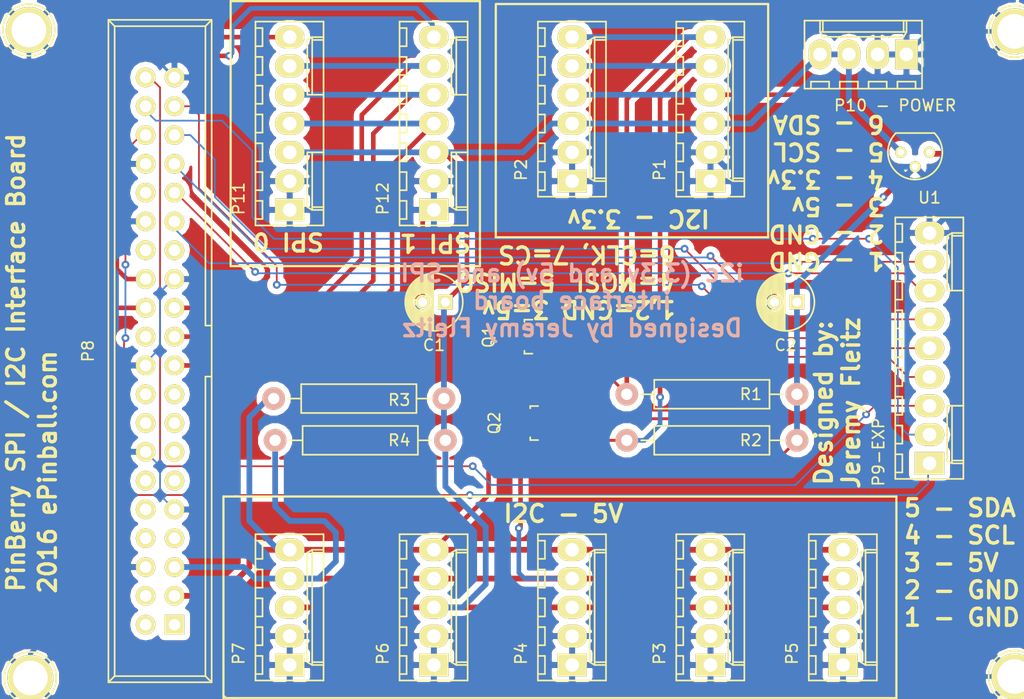
<source format=kicad_pcb>
(kicad_pcb (version 4) (host pcbnew 4.0.2-4+6225~38~ubuntu15.10.1-stable)
  (layers (0 F.Cu signal hide) (31 B.Cu signal hide) (34 B.Paste user hide) (35 F.Paste user hide) (36 B.SilkS user hide) (37 F.SilkS user) (38 B.Mask user hide) (39 F.Mask user hide) (44 Edge.Cuts user hide))
  (net 0 "")
  (net 1 +5V)
  (net 2 GND)
  (net 3 +3V3)
  (net 4 "Net-(P1-Pad5)")
  (net 5 "Net-(P1-Pad6)")
  (net 6 "Net-(P3-Pad4)")
  (net 7 "Net-(P3-Pad5)")
  (net 8 "Net-(P8-Pad1)")
  (net 9 "Net-(P8-Pad2)")
  (net 10 "Net-(P8-Pad4)")
  (net 11 "Net-(P8-Pad7)")
  (net 12 "Net-(P8-Pad8)")
  (net 13 "Net-(P8-Pad10)")
  (net 14 "Net-(P8-Pad11)")
  (net 15 "Net-(P8-Pad12)")
  (net 16 "Net-(P8-Pad13)")
  (net 17 "Net-(P8-Pad15)")
  (net 18 "Net-(P8-Pad16)")
  (net 19 "Net-(P8-Pad17)")
  (net 20 "Net-(P8-Pad18)")
  (net 21 "Net-(P11-Pad4)")
  (net 22 "Net-(P11-Pad5)")
  (net 23 "Net-(P8-Pad22)")
  (net 24 "Net-(P11-Pad6)")
  (net 25 "Net-(P11-Pad7)")
  (net 26 "Net-(P12-Pad7)")
  (net 27 "Net-(P8-Pad27)")
  (net 28 "Net-(P8-Pad28)")
  (net 29 "Net-(P8-Pad29)")
  (net 30 "Net-(P8-Pad31)")
  (net 31 "Net-(P8-Pad32)")
  (net 32 "Net-(P8-Pad33)")
  (net 33 "Net-(P8-Pad35)")
  (net 34 "Net-(P8-Pad36)")
  (net 35 "Net-(P8-Pad37)")
  (net 36 "Net-(P8-Pad38)")
  (net 37 "Net-(P8-Pad40)")
  (module Connectors_Molex:Molex_KK_6410-06 (layer F.Cu) (at 163.068 95.504 90)
    (fp_text reference P1 (at 1 -4.5 90) (layer F.SilkS))
    (fp_text value CONN_01X06)
    (pad 1 thru_hole rect (at 0 0 90) (size 2 2.6) (drill 1.2) (layers *.Cu *.Mask F.SilkS) (net 2 GND))
    (pad 2 thru_hole oval (at 2.54 0 90) (size 2 2.6) (drill 1.2) (layers *.Cu *.Mask F.SilkS) (net 2 GND))
    (pad 3 thru_hole oval (at 5.08 0 90) (size 2 2.6) (drill 1.2) (layers *.Cu *.Mask F.SilkS) (net 1 +5V))
    (pad 4 thru_hole oval (at 7.62 0 90) (size 2 2.6) (drill 1.2) (layers *.Cu *.Mask F.SilkS) (net 3 +3V3))
    (pad 5 thru_hole oval (at 10.16 0 90) (size 2 2.6) (drill 1.2) (layers *.Cu *.Mask F.SilkS) (net 4 "Net-(P1-Pad5)"))
    (pad 6 thru_hole oval (at 12.7 0 90) (size 2 2.6) (drill 1.2) (layers *.Cu *.Mask F.SilkS) (net 5 "Net-(P1-Pad6)"))
  )
  (module Connectors_Molex:Molex_KK_6410-06 (layer F.Cu) (at 150.876 95.504 90)
    (fp_text reference P2 (at 1 -4.5 90) (layer F.SilkS))
    (fp_text value CONN_01X06)
    (pad 1 thru_hole rect (at 0 0 90) (size 2 2.6) (drill 1.2) (layers *.Cu *.Mask F.SilkS) (net 2 GND))
    (pad 2 thru_hole oval (at 2.54 0 90) (size 2 2.6) (drill 1.2) (layers *.Cu *.Mask F.SilkS) (net 2 GND))
    (pad 3 thru_hole oval (at 5.08 0 90) (size 2 2.6) (drill 1.2) (layers *.Cu *.Mask F.SilkS) (net 1 +5V))
    (pad 4 thru_hole oval (at 7.62 0 90) (size 2 2.6) (drill 1.2) (layers *.Cu *.Mask F.SilkS) (net 3 +3V3))
    (pad 5 thru_hole oval (at 10.16 0 90) (size 2 2.6) (drill 1.2) (layers *.Cu *.Mask F.SilkS) (net 4 "Net-(P1-Pad5)"))
    (pad 6 thru_hole oval (at 12.7 0 90) (size 2 2.6) (drill 1.2) (layers *.Cu *.Mask F.SilkS) (net 5 "Net-(P1-Pad6)"))
  )
  (module Connectors_Molex:Molex_KK_6410-05 (layer F.Cu) (at 163.068 138.176 90)
    (fp_text reference P3 (at 1 -4.5 90) (layer F.SilkS))
    (fp_text value CONN_01X05)
    (pad 1 thru_hole rect (at 0 0 90) (size 2 2.6) (drill 1.2) (layers *.Cu *.Mask F.SilkS) (net 2 GND))
    (pad 2 thru_hole oval (at 2.54 0 90) (size 2 2.6) (drill 1.2) (layers *.Cu *.Mask F.SilkS) (net 2 GND))
    (pad 3 thru_hole oval (at 5.08 0 90) (size 2 2.6) (drill 1.2) (layers *.Cu *.Mask F.SilkS) (net 1 +5V))
    (pad 4 thru_hole oval (at 7.62 0 90) (size 2 2.6) (drill 1.2) (layers *.Cu *.Mask F.SilkS) (net 6 "Net-(P3-Pad4)"))
    (pad 5 thru_hole oval (at 10.16 0 90) (size 2 2.6) (drill 1.2) (layers *.Cu *.Mask F.SilkS) (net 7 "Net-(P3-Pad5)"))
  )
  (module Connectors_Molex:Molex_KK_6410-05 (layer F.Cu) (at 150.876 138.176 90)
    (fp_text reference P4 (at 1 -4.5 90) (layer F.SilkS))
    (fp_text value CONN_01X05)
    (pad 1 thru_hole rect (at 0 0 90) (size 2 2.6) (drill 1.2) (layers *.Cu *.Mask F.SilkS) (net 2 GND))
    (pad 2 thru_hole oval (at 2.54 0 90) (size 2 2.6) (drill 1.2) (layers *.Cu *.Mask F.SilkS) (net 2 GND))
    (pad 3 thru_hole oval (at 5.08 0 90) (size 2 2.6) (drill 1.2) (layers *.Cu *.Mask F.SilkS) (net 1 +5V))
    (pad 4 thru_hole oval (at 7.62 0 90) (size 2 2.6) (drill 1.2) (layers *.Cu *.Mask F.SilkS) (net 6 "Net-(P3-Pad4)"))
    (pad 5 thru_hole oval (at 10.16 0 90) (size 2 2.6) (drill 1.2) (layers *.Cu *.Mask F.SilkS) (net 7 "Net-(P3-Pad5)"))
  )
  (module Connectors_Molex:Molex_KK_6410-05 (layer F.Cu) (at 174.752 138.176 90)
    (fp_text reference P5 (at 1 -4.5 90) (layer F.SilkS))
    (fp_text value CONN_01X05)
    (pad 1 thru_hole rect (at 0 0 90) (size 2 2.6) (drill 1.2) (layers *.Cu *.Mask F.SilkS) (net 2 GND))
    (pad 2 thru_hole oval (at 2.54 0 90) (size 2 2.6) (drill 1.2) (layers *.Cu *.Mask F.SilkS) (net 2 GND))
    (pad 3 thru_hole oval (at 5.08 0 90) (size 2 2.6) (drill 1.2) (layers *.Cu *.Mask F.SilkS) (net 1 +5V))
    (pad 4 thru_hole oval (at 7.62 0 90) (size 2 2.6) (drill 1.2) (layers *.Cu *.Mask F.SilkS) (net 6 "Net-(P3-Pad4)"))
    (pad 5 thru_hole oval (at 10.16 0 90) (size 2 2.6) (drill 1.2) (layers *.Cu *.Mask F.SilkS) (net 7 "Net-(P3-Pad5)"))
  )
  (module Connectors_Molex:Molex_KK_6410-05 (layer F.Cu) (at 138.684 138.176 90)
    (fp_text reference P6 (at 1 -4.5 90) (layer F.SilkS))
    (fp_text value CONN_01X05)
    (pad 1 thru_hole rect (at 0 0 90) (size 2 2.6) (drill 1.2) (layers *.Cu *.Mask F.SilkS) (net 2 GND))
    (pad 2 thru_hole oval (at 2.54 0 90) (size 2 2.6) (drill 1.2) (layers *.Cu *.Mask F.SilkS) (net 2 GND))
    (pad 3 thru_hole oval (at 5.08 0 90) (size 2 2.6) (drill 1.2) (layers *.Cu *.Mask F.SilkS) (net 1 +5V))
    (pad 4 thru_hole oval (at 7.62 0 90) (size 2 2.6) (drill 1.2) (layers *.Cu *.Mask F.SilkS) (net 6 "Net-(P3-Pad4)"))
    (pad 5 thru_hole oval (at 10.16 0 90) (size 2 2.6) (drill 1.2) (layers *.Cu *.Mask F.SilkS) (net 7 "Net-(P3-Pad5)"))
  )
  (module Connectors_Molex:Molex_KK_6410-05 (layer F.Cu) (at 125.984 138.176 90)
    (fp_text reference P7 (at 1 -4.5 90) (layer F.SilkS))
    (fp_text value CONN_01X05)
    (pad 1 thru_hole rect (at 0 0 90) (size 2 2.6) (drill 1.2) (layers *.Cu *.Mask F.SilkS) (net 2 GND))
    (pad 2 thru_hole oval (at 2.54 0 90) (size 2 2.6) (drill 1.2) (layers *.Cu *.Mask F.SilkS) (net 2 GND))
    (pad 3 thru_hole oval (at 5.08 0 90) (size 2 2.6) (drill 1.2) (layers *.Cu *.Mask F.SilkS) (net 1 +5V))
    (pad 4 thru_hole oval (at 7.62 0 90) (size 2 2.6) (drill 1.2) (layers *.Cu *.Mask F.SilkS) (net 6 "Net-(P3-Pad4)"))
    (pad 5 thru_hole oval (at 10.16 0 90) (size 2 2.6) (drill 1.2) (layers *.Cu *.Mask F.SilkS) (net 7 "Net-(P3-Pad5)"))
  )
  (module Connect:IDC_Header_Straight_40pins (layer F.Cu) (at 115.824 134.62 90)
    (fp_text reference P8 (at 24.13 -7.62 90) (layer F.SilkS))
    (fp_text value CONN_02X20)
    (pad 1 thru_hole rect (at 0 0 90) (size 1.7272 1.7272) (drill 1.016) (layers *.Cu *.Mask F.SilkS) (net 8 "Net-(P8-Pad1)"))
    (pad 2 thru_hole oval (at 0 -2.54 90) (size 1.7272 1.7272) (drill 1.016) (layers *.Cu *.Mask F.SilkS) (net 9 "Net-(P8-Pad2)"))
    (pad 3 thru_hole oval (at 2.54 0 90) (size 1.7272 1.7272) (drill 1.016) (layers *.Cu *.Mask F.SilkS) (net 7 "Net-(P3-Pad5)"))
    (pad 4 thru_hole oval (at 2.54 -2.54 90) (size 1.7272 1.7272) (drill 1.016) (layers *.Cu *.Mask F.SilkS) (net 10 "Net-(P8-Pad4)"))
    (pad 5 thru_hole oval (at 5.08 0 90) (size 1.7272 1.7272) (drill 1.016) (layers *.Cu *.Mask F.SilkS) (net 6 "Net-(P3-Pad4)"))
    (pad 6 thru_hole oval (at 5.08 -2.54 90) (size 1.7272 1.7272) (drill 1.016) (layers *.Cu *.Mask F.SilkS) (net 2 GND))
    (pad 7 thru_hole oval (at 7.62 0 90) (size 1.7272 1.7272) (drill 1.016) (layers *.Cu *.Mask F.SilkS) (net 11 "Net-(P8-Pad7)"))
    (pad 8 thru_hole oval (at 7.62 -2.54 90) (size 1.7272 1.7272) (drill 1.016) (layers *.Cu *.Mask F.SilkS) (net 12 "Net-(P8-Pad8)"))
    (pad 9 thru_hole oval (at 10.16 0 90) (size 1.7272 1.7272) (drill 1.016) (layers *.Cu *.Mask F.SilkS) (net 2 GND))
    (pad 10 thru_hole oval (at 10.16 -2.54 90) (size 1.7272 1.7272) (drill 1.016) (layers *.Cu *.Mask F.SilkS) (net 13 "Net-(P8-Pad10)"))
    (pad 11 thru_hole oval (at 12.7 0 90) (size 1.7272 1.7272) (drill 1.016) (layers *.Cu *.Mask F.SilkS) (net 14 "Net-(P8-Pad11)"))
    (pad 12 thru_hole oval (at 12.7 -2.54 90) (size 1.7272 1.7272) (drill 1.016) (layers *.Cu *.Mask F.SilkS) (net 15 "Net-(P8-Pad12)"))
    (pad 13 thru_hole oval (at 15.24 0 90) (size 1.7272 1.7272) (drill 1.016) (layers *.Cu *.Mask F.SilkS) (net 16 "Net-(P8-Pad13)"))
    (pad 14 thru_hole oval (at 15.24 -2.54 90) (size 1.7272 1.7272) (drill 1.016) (layers *.Cu *.Mask F.SilkS) (net 2 GND))
    (pad 15 thru_hole oval (at 17.78 0 90) (size 1.7272 1.7272) (drill 1.016) (layers *.Cu *.Mask F.SilkS) (net 17 "Net-(P8-Pad15)"))
    (pad 16 thru_hole oval (at 17.78 -2.54 90) (size 1.7272 1.7272) (drill 1.016) (layers *.Cu *.Mask F.SilkS) (net 18 "Net-(P8-Pad16)"))
    (pad 17 thru_hole oval (at 20.32 0 90) (size 1.7272 1.7272) (drill 1.016) (layers *.Cu *.Mask F.SilkS) (net 19 "Net-(P8-Pad17)"))
    (pad 18 thru_hole oval (at 20.32 -2.54 90) (size 1.7272 1.7272) (drill 1.016) (layers *.Cu *.Mask F.SilkS) (net 20 "Net-(P8-Pad18)"))
    (pad 19 thru_hole oval (at 22.86 0 90) (size 1.7272 1.7272) (drill 1.016) (layers *.Cu *.Mask F.SilkS) (net 21 "Net-(P11-Pad4)"))
    (pad 20 thru_hole oval (at 22.86 -2.54 90) (size 1.7272 1.7272) (drill 1.016) (layers *.Cu *.Mask F.SilkS) (net 2 GND))
    (pad 21 thru_hole oval (at 25.4 0 90) (size 1.7272 1.7272) (drill 1.016) (layers *.Cu *.Mask F.SilkS) (net 22 "Net-(P11-Pad5)"))
    (pad 22 thru_hole oval (at 25.4 -2.54 90) (size 1.7272 1.7272) (drill 1.016) (layers *.Cu *.Mask F.SilkS) (net 23 "Net-(P8-Pad22)"))
    (pad 23 thru_hole oval (at 27.94 0 90) (size 1.7272 1.7272) (drill 1.016) (layers *.Cu *.Mask F.SilkS) (net 24 "Net-(P11-Pad6)"))
    (pad 24 thru_hole oval (at 27.94 -2.54 90) (size 1.7272 1.7272) (drill 1.016) (layers *.Cu *.Mask F.SilkS) (net 25 "Net-(P11-Pad7)"))
    (pad 25 thru_hole oval (at 30.48 0 90) (size 1.7272 1.7272) (drill 1.016) (layers *.Cu *.Mask F.SilkS) (net 2 GND))
    (pad 26 thru_hole oval (at 30.48 -2.54 90) (size 1.7272 1.7272) (drill 1.016) (layers *.Cu *.Mask F.SilkS) (net 26 "Net-(P12-Pad7)"))
    (pad 27 thru_hole oval (at 33.02 0 90) (size 1.7272 1.7272) (drill 1.016) (layers *.Cu *.Mask F.SilkS) (net 27 "Net-(P8-Pad27)"))
    (pad 28 thru_hole oval (at 33.02 -2.54 90) (size 1.7272 1.7272) (drill 1.016) (layers *.Cu *.Mask F.SilkS) (net 28 "Net-(P8-Pad28)"))
    (pad 29 thru_hole oval (at 35.56 0 90) (size 1.7272 1.7272) (drill 1.016) (layers *.Cu *.Mask F.SilkS) (net 29 "Net-(P8-Pad29)"))
    (pad 30 thru_hole oval (at 35.56 -2.54 90) (size 1.7272 1.7272) (drill 1.016) (layers *.Cu *.Mask F.SilkS) (net 2 GND))
    (pad 31 thru_hole oval (at 38.1 0 90) (size 1.7272 1.7272) (drill 1.016) (layers *.Cu *.Mask F.SilkS) (net 30 "Net-(P8-Pad31)"))
    (pad 32 thru_hole oval (at 38.1 -2.54 90) (size 1.7272 1.7272) (drill 1.016) (layers *.Cu *.Mask F.SilkS) (net 31 "Net-(P8-Pad32)"))
    (pad 33 thru_hole oval (at 40.64 0 90) (size 1.7272 1.7272) (drill 1.016) (layers *.Cu *.Mask F.SilkS) (net 32 "Net-(P8-Pad33)"))
    (pad 34 thru_hole oval (at 40.64 -2.54 90) (size 1.7272 1.7272) (drill 1.016) (layers *.Cu *.Mask F.SilkS) (net 2 GND))
    (pad 35 thru_hole oval (at 43.18 0 90) (size 1.7272 1.7272) (drill 1.016) (layers *.Cu *.Mask F.SilkS) (net 33 "Net-(P8-Pad35)"))
    (pad 36 thru_hole oval (at 43.18 -2.54 90) (size 1.7272 1.7272) (drill 1.016) (layers *.Cu *.Mask F.SilkS) (net 34 "Net-(P8-Pad36)"))
    (pad 37 thru_hole oval (at 45.72 0 90) (size 1.7272 1.7272) (drill 1.016) (layers *.Cu *.Mask F.SilkS) (net 35 "Net-(P8-Pad37)"))
    (pad 38 thru_hole oval (at 45.72 -2.54 90) (size 1.7272 1.7272) (drill 1.016) (layers *.Cu *.Mask F.SilkS) (net 36 "Net-(P8-Pad38)"))
    (pad 39 thru_hole oval (at 48.26 0 90) (size 1.7272 1.7272) (drill 1.016) (layers *.Cu *.Mask F.SilkS) (net 2 GND))
    (pad 40 thru_hole oval (at 48.26 -2.54 90) (size 1.7272 1.7272) (drill 1.016) (layers *.Cu *.Mask F.SilkS) (net 37 "Net-(P8-Pad40)"))
  )
  (module Connectors_Molex:Molex_KK_6410-09 (layer F.Cu) (at 182.372 120.396 90)
    (fp_text reference P9-EXP (at 1 -4.5 90) (layer F.SilkS))
    (fp_text value CONN_01X09)
    (pad 1 thru_hole rect (at 0 0 90) (size 2 2.6) (drill 1.2) (layers *.Cu *.Mask F.SilkS) (net 34 "Net-(P8-Pad36)"))
    (pad 2 thru_hole oval (at 2.54 0 90) (size 2 2.6) (drill 1.2) (layers *.Cu *.Mask F.SilkS) (net 36 "Net-(P8-Pad38)"))
    (pad 3 thru_hole oval (at 5.08 0 90) (size 2 2.6) (drill 1.2) (layers *.Cu *.Mask F.SilkS) (net 37 "Net-(P8-Pad40)"))
    (pad 4 thru_hole oval (at 7.62 0 90) (size 2 2.6) (drill 1.2) (layers *.Cu *.Mask F.SilkS) (net 35 "Net-(P8-Pad37)"))
    (pad 5 thru_hole oval (at 10.16 0 90) (size 2 2.6) (drill 1.2) (layers *.Cu *.Mask F.SilkS) (net 33 "Net-(P8-Pad35)"))
    (pad 6 thru_hole oval (at 12.7 0 90) (size 2 2.6) (drill 1.2) (layers *.Cu *.Mask F.SilkS) (net 32 "Net-(P8-Pad33)"))
    (pad 7 thru_hole oval (at 15.24 0 90) (size 2 2.6) (drill 1.2) (layers *.Cu *.Mask F.SilkS) (net 30 "Net-(P8-Pad31)"))
    (pad 8 thru_hole oval (at 17.78 0 90) (size 2 2.6) (drill 1.2) (layers *.Cu *.Mask F.SilkS) (net 29 "Net-(P8-Pad29)"))
    (pad 9 thru_hole oval (at 20.32 0 90) (size 2 2.6) (drill 1.2) (layers *.Cu *.Mask F.SilkS) (net 2 GND))
  )
  (module Connectors_Molex:Molex_KK_6410-04 (layer F.Cu) (at 180.34 84.328 180)
    (fp_text reference "P10 - POWER" (at 1 -4.5 180) (layer F.SilkS))
    (fp_text value POWER)
    (pad 1 thru_hole rect (at 0 0 180) (size 2 2.6) (drill 1.2) (layers *.Cu *.Mask F.SilkS) (net 2 GND))
    (pad 2 thru_hole oval (at 2.54 0 180) (size 2 2.6) (drill 1.2) (layers *.Cu *.Mask F.SilkS) (net 2 GND))
    (pad 3 thru_hole oval (at 5.08 0 180) (size 2 2.6) (drill 1.2) (layers *.Cu *.Mask F.SilkS) (net 1 +5V))
    (pad 4 thru_hole oval (at 7.62 0 180) (size 2 2.6) (drill 1.2) (layers *.Cu *.Mask F.SilkS) (net 1 +5V))
  )
  (module Connectors_Molex:Molex_KK_6410-07 (layer F.Cu) (at 125.984 98.044 90)
    (fp_text reference P11 (at 1 -4.5 90) (layer F.SilkS))
    (fp_text value CONN_01X07)
    (pad 1 thru_hole rect (at 0 0 90) (size 2 2.6) (drill 1.2) (layers *.Cu *.Mask F.SilkS) (net 2 GND))
    (pad 2 thru_hole oval (at 2.54 0 90) (size 2 2.6) (drill 1.2) (layers *.Cu *.Mask F.SilkS) (net 2 GND))
    (pad 3 thru_hole oval (at 5.08 0 90) (size 2 2.6) (drill 1.2) (layers *.Cu *.Mask F.SilkS) (net 1 +5V))
    (pad 4 thru_hole oval (at 7.62 0 90) (size 2 2.6) (drill 1.2) (layers *.Cu *.Mask F.SilkS) (net 21 "Net-(P11-Pad4)"))
    (pad 5 thru_hole oval (at 10.16 0 90) (size 2 2.6) (drill 1.2) (layers *.Cu *.Mask F.SilkS) (net 22 "Net-(P11-Pad5)"))
    (pad 6 thru_hole oval (at 12.7 0 90) (size 2 2.6) (drill 1.2) (layers *.Cu *.Mask F.SilkS) (net 24 "Net-(P11-Pad6)"))
    (pad 7 thru_hole oval (at 15.24 0 90) (size 2 2.6) (drill 1.2) (layers *.Cu *.Mask F.SilkS) (net 25 "Net-(P11-Pad7)"))
  )
  (module Connectors_Molex:Molex_KK_6410-07 (layer F.Cu) (at 138.684 98.044 90)
    (fp_text reference P12 (at 1 -4.5 90) (layer F.SilkS))
    (fp_text value CONN_01X07)
    (pad 1 thru_hole rect (at 0 0 90) (size 2 2.6) (drill 1.2) (layers *.Cu *.Mask F.SilkS) (net 2 GND))
    (pad 2 thru_hole oval (at 2.54 0 90) (size 2 2.6) (drill 1.2) (layers *.Cu *.Mask F.SilkS) (net 2 GND))
    (pad 3 thru_hole oval (at 5.08 0 90) (size 2 2.6) (drill 1.2) (layers *.Cu *.Mask F.SilkS) (net 1 +5V))
    (pad 4 thru_hole oval (at 7.62 0 90) (size 2 2.6) (drill 1.2) (layers *.Cu *.Mask F.SilkS) (net 21 "Net-(P11-Pad4)"))
    (pad 5 thru_hole oval (at 10.16 0 90) (size 2 2.6) (drill 1.2) (layers *.Cu *.Mask F.SilkS) (net 22 "Net-(P11-Pad5)"))
    (pad 6 thru_hole oval (at 12.7 0 90) (size 2 2.6) (drill 1.2) (layers *.Cu *.Mask F.SilkS) (net 24 "Net-(P11-Pad6)"))
    (pad 7 thru_hole oval (at 15.24 0 90) (size 2 2.6) (drill 1.2) (layers *.Cu *.Mask F.SilkS) (net 26 "Net-(P12-Pad7)"))
  )
  (module TO_SOT_Packages_SMD:SOT-23_Handsoldering (layer F.Cu) (at 147.32 109.22 90)
    (fp_text reference Q1 (at 0 -3.81 90) (layer F.SilkS))
    (fp_text value BSS138)
    (pad 1 smd rect (at -0.95 1.50114 90) (size 0.8001 1.80086) (layers F.Cu F.Paste F.Mask) (net 3 +3V3))
    (pad 2 smd rect (at 0.95 1.50114 90) (size 0.8001 1.80086) (layers F.Cu F.Paste F.Mask) (net 5 "Net-(P1-Pad6)"))
    (pad 3 smd rect (at 0 -1.50114 90) (size 0.8001 1.80086) (layers F.Cu F.Paste F.Mask) (net 7 "Net-(P3-Pad5)"))
  )
  (module TO_SOT_Packages_SMD:SOT-23_Handsoldering (layer F.Cu) (at 147.828 116.84 90)
    (fp_text reference Q2 (at 0 -3.81 90) (layer F.SilkS))
    (fp_text value BSS138)
    (pad 1 smd rect (at -0.95 1.50114 90) (size 0.8001 1.80086) (layers F.Cu F.Paste F.Mask) (net 3 +3V3))
    (pad 2 smd rect (at 0.95 1.50114 90) (size 0.8001 1.80086) (layers F.Cu F.Paste F.Mask) (net 4 "Net-(P1-Pad5)"))
    (pad 3 smd rect (at 0 -1.50114 90) (size 0.8001 1.80086) (layers F.Cu F.Paste F.Mask) (net 6 "Net-(P3-Pad4)"))
  )
  (module Resistors_ThroughHole:Resistor_Horizontal_RM15mm (layer F.Cu) (at 170.688 114.3 180)
    (fp_text reference R1 (at 4.064 0 180) (layer F.SilkS))
    (fp_text value 10k)
    (pad 1 thru_hole circle (at 0 0 180) (size 1.99898 1.99898) (drill 1.00076) (layers *.Cu *.SilkS *.Mask) (net 3 +3V3))
    (pad 2 thru_hole circle (at 15 0 180) (size 1.99898 1.99898) (drill 1.00076) (layers *.Cu *.SilkS *.Mask) (net 5 "Net-(P1-Pad6)"))
  )
  (module Resistors_ThroughHole:Resistor_Horizontal_RM15mm (layer F.Cu) (at 170.688 118.364 180)
    (fp_text reference R2 (at 4.064 0 180) (layer F.SilkS))
    (fp_text value 10k)
    (pad 1 thru_hole circle (at 0 0 180) (size 1.99898 1.99898) (drill 1.00076) (layers *.Cu *.SilkS *.Mask) (net 3 +3V3))
    (pad 2 thru_hole circle (at 15 0 180) (size 1.99898 1.99898) (drill 1.00076) (layers *.Cu *.SilkS *.Mask) (net 4 "Net-(P1-Pad5)"))
  )
  (module Resistors_ThroughHole:Resistor_Horizontal_RM15mm (layer F.Cu) (at 139.573 114.681 180)
    (fp_text reference R3 (at 3.937 -0.127 180) (layer F.SilkS))
    (fp_text value 10k)
    (pad 1 thru_hole circle (at 0 0 180) (size 1.99898 1.99898) (drill 1.00076) (layers *.Cu *.SilkS *.Mask) (net 1 +5V))
    (pad 2 thru_hole circle (at 15 0 180) (size 1.99898 1.99898) (drill 1.00076) (layers *.Cu *.SilkS *.Mask) (net 7 "Net-(P3-Pad5)"))
  )
  (module Resistors_ThroughHole:Resistor_Horizontal_RM15mm (layer F.Cu) (at 139.7 118.364 180)
    (fp_text reference R4 (at 4.064 0 180) (layer F.SilkS))
    (fp_text value 10k)
    (pad 1 thru_hole circle (at 0 0 180) (size 1.99898 1.99898) (drill 1.00076) (layers *.Cu *.SilkS *.Mask) (net 1 +5V))
    (pad 2 thru_hole circle (at 15 0 180) (size 1.99898 1.99898) (drill 1.00076) (layers *.Cu *.SilkS *.Mask) (net 6 "Net-(P3-Pad4)"))
  )
  (module TO_SOT_Packages_THT:TO-92_Molded_Narrow (layer F.Cu) (at 182.372 92.964 180)
    (fp_text reference U1 (at 0 -4 180) (layer F.SilkS))
    (fp_text value LM2931Z-3.3/5.0)
    (pad 2 thru_hole circle (at 1.27 -1.27 270) (size 1.00076 1.00076) (drill 0.6) (layers *.Cu *.Mask F.SilkS) (net 2 GND))
    (pad 3 thru_hole circle (at 2.54 0 270) (size 1.00076 1.00076) (drill 0.6) (layers *.Cu *.Mask F.SilkS) (net 1 +5V))
    (pad 1 thru_hole circle (at 0 0 270) (size 1.00076 1.00076) (drill 0.6) (layers *.Cu *.Mask F.SilkS) (net 3 +3V3))
  )
  (module Capacitors_ThroughHole:C_Radial_D5_L11_P2 (layer F.Cu) (at 139.7 106.172 180)
    (fp_text reference C1 (at 1 -3.8 180) (layer F.SilkS))
    (fp_text value 0.1uf)
    (pad 1 thru_hole rect (at 0 0 180) (size 1.3 1.3) (drill 0.8) (layers *.Cu *.Mask F.SilkS) (net 1 +5V))
    (pad 2 thru_hole circle (at 2 0 180) (size 1.3 1.3) (drill 0.8) (layers *.Cu *.Mask F.SilkS) (net 2 GND))
  )
  (module Capacitors_ThroughHole:C_Radial_D5_L11_P2 (layer F.Cu) (at 170.688 106.172 180)
    (fp_text reference C2 (at 1 -3.8 180) (layer F.SilkS))
    (fp_text value 100uf)
    (pad 1 thru_hole rect (at 0 0 180) (size 1.3 1.3) (drill 0.8) (layers *.Cu *.Mask F.SilkS) (net 3 +3V3))
    (pad 2 thru_hole circle (at 2 0 180) (size 1.3 1.3) (drill 0.8) (layers *.Cu *.Mask F.SilkS) (net 2 GND))
  )
  (module Connect:1pin (layer F.Cu) (at 189.865 139.192)
    (fp_text reference P13 hide)
    (fp_text value CONN_01X01 hide)
    (pad 1 thru_hole circle (at 0 0) (size 4.064 4.064) (drill 3.048) (layers *.Cu *.Mask F.SilkS) (net 2 GND))
  )
  (module Connect:1pin (layer F.Cu) (at 103.124 139.319)
    (fp_text reference P14 hide)
    (fp_text value CONN_01X01 hide)
    (pad 1 thru_hole circle (at 0 0) (size 4.064 4.064) (drill 3.048) (layers *.Cu *.Mask F.SilkS) (net 2 GND))
  )
  (module Connect:1pin (layer F.Cu) (at 189.865 82.296)
    (fp_text reference P15 hide)
    (fp_text value CONN_01X01 hide)
    (pad 1 thru_hole circle (at 0 0) (size 4.064 4.064) (drill 3.048) (layers *.Cu *.Mask F.SilkS) (net 2 GND))
  )
  (module Connect:1pin (layer F.Cu) (at 102.997 82.169)
    (fp_text reference P16 hide)
    (fp_text value CONN_01X01 hide)
    (pad 1 thru_hole circle (at 0 0) (size 4.064 4.064) (drill 3.048) (layers *.Cu *.Mask F.SilkS) (net 2 GND))
  )
  (gr_text "1,2=GND 3=5v\n4=MOSI, 5=MISO\n6=CLK, 7=CS" (at 160.147 104.394 180) (layer F.SilkS) (effects (font (size 1.5 1.5) (thickness 0.3)) (justify left)))
  (gr_text "1 - GND\n2 - GND\n3 - 5v\n4 - 3.3v\n5 - SCL\n6 - SDA" (at 178.562 96.52 180) (layer F.SilkS) (effects (font (size 1.5 1.5) (thickness 0.3)) (justify left)))
  (gr_text "5 - SDA\n4 - SCL\n3 - 5V\n2 - GND\n1 - GND" (at 179.959 129.159) (layer F.SilkS) (effects (font (size 1.5 1.5) (thickness 0.3)) (justify left)))
  (gr_text "i2c (3.3v and 5v) and SPI\ninterface board\nDesigned by Jeremy Fleitz" (at 150.876 106.045) (layer B.SilkS) (effects (font (size 1.5 1.5) (thickness 0.3)) (justify mirror)))
  (gr_text "Designed by:\nJeremy Fleitz" (at 174.244 115.062 90) (layer F.SilkS) (effects (font (size 1.5 1.5) (thickness 0.3))))
  (gr_text "2016 ePinball.com" (at 104.648 121.158 90) (layer F.SilkS) (effects (font (size 1.5 1.5) (thickness 0.3))))
  (gr_text "PinBerry SPI / I2C Interface Board" (at 101.854 111.506 90) (layer F.SilkS) (effects (font (size 1.5 1.5) (thickness 0.3))))
  (gr_line (start 120.142 140.97) (end 120.269 140.97) (angle 90) (layer F.SilkS) (width 0.2))
  (gr_line (start 120.142 123.317) (end 120.142 140.97) (angle 90) (layer F.SilkS) (width 0.2))
  (gr_line (start 121.412 123.317) (end 120.142 123.317) (angle 90) (layer F.SilkS) (width 0.2))
  (gr_line (start 121.158 141.097) (end 120.142 141.097) (angle 90) (layer F.SilkS) (width 0.2))
  (gr_line (start 179.451 141.097) (end 120.904 141.097) (angle 90) (layer F.SilkS) (width 0.2))
  (gr_line (start 179.451 123.317) (end 179.451 141.097) (angle 90) (layer F.SilkS) (width 0.2))
  (gr_line (start 121.158 123.317) (end 179.451 123.317) (angle 90) (layer F.SilkS) (width 0.2))
  (gr_text "I2C - 5V" (at 150.114 124.841) (layer F.SilkS) (effects (font (size 1.5 1.5) (thickness 0.3))))
  (gr_line (start 142.748 79.629) (end 142.748 79.756) (angle 90) (layer F.SilkS) (width 0.2))
  (gr_line (start 120.777 79.629) (end 142.748 79.629) (angle 90) (layer F.SilkS) (width 0.2))
  (gr_line (start 120.777 102.997) (end 120.777 79.629) (angle 90) (layer F.SilkS) (width 0.2))
  (gr_line (start 142.748 102.997) (end 120.777 102.997) (angle 90) (layer F.SilkS) (width 0.2))
  (gr_line (start 142.748 79.756) (end 142.748 102.997) (angle 90) (layer F.SilkS) (width 0.2))
  (gr_text "SPI 1" (at 138.811 100.965 180) (layer F.SilkS) (effects (font (size 1.5 1.5) (thickness 0.3))))
  (gr_text "SPI 0" (at 125.857 100.838 180) (layer F.SilkS) (effects (font (size 1.5 1.5) (thickness 0.3))))
  (gr_line (start 144.145 100.457) (end 144.145 80.01) (angle 90) (layer F.SilkS) (width 0.2))
  (gr_line (start 168.148 100.457) (end 144.145 100.457) (angle 90) (layer F.SilkS) (width 0.2))
  (gr_line (start 168.148 79.883) (end 168.148 100.457) (angle 90) (layer F.SilkS) (width 0.2))
  (gr_line (start 144.145 79.883) (end 168.148 79.883) (angle 90) (layer F.SilkS) (width 0.2))
  (gr_text "I2C - 3.3v" (at 156.718 98.806 180) (layer F.SilkS) (effects (font (size 1.5 1.5) (thickness 0.3))))
  (gr_line (start 189.992 142.748) (end 193.548 142.748) (angle 90) (layer Edge.Cuts) (width 0.15))
  (gr_line (start 190.5 78.74) (end 193.548 78.74) (angle 90) (layer Edge.Cuts) (width 0.15))
  (gr_line (start 99.568 78.74) (end 101.092 78.74) (angle 90) (layer Edge.Cuts) (width 0.15))
  (gr_line (start 99.568 142.748) (end 99.568 78.74) (angle 90) (layer Edge.Cuts) (width 0.15))
  (gr_line (start 191.008 142.748) (end 99.568 142.748) (angle 90) (layer Edge.Cuts) (width 0.15))
  (gr_line (start 193.548 78.74) (end 193.548 142.748) (angle 90) (layer Edge.Cuts) (width 0.15))
  (gr_line (start 101.092 78.74) (end 191.008 78.74) (angle 90) (layer Edge.Cuts) (width 0.15))
  (segment (start 138.684 92.964) (end 139.573 92.964) (width 0.4064) (layer F.Cu) (net 1))
  (segment (start 139.573 92.964) (end 141.605 94.996) (width 0.4064) (layer F.Cu) (net 1))
  (segment (start 141.605 104.267) (end 139.7 106.172) (width 0.4064) (layer F.Cu) (net 1))
  (segment (start 141.605 94.996) (end 141.605 104.267) (width 0.4064) (layer F.Cu) (net 1))
  (segment (start 175.26 84.328) (end 175.26 88.392) (width 0.508) (layer B.Cu) (net 1))
  (segment (start 175.26 88.392) (end 179.832 92.964) (width 0.508) (layer B.Cu) (net 1))
  (segment (start 163.068 90.424) (end 166.624 90.424) (width 0.508) (layer B.Cu) (net 1))
  (segment (start 166.624 90.424) (end 172.72 84.328) (width 0.508) (layer B.Cu) (net 1))
  (segment (start 172.72 84.328) (end 175.26 84.328) (width 0.508) (layer B.Cu) (net 1))
  (segment (start 150.876 90.424) (end 163.068 90.424) (width 0.508) (layer B.Cu) (net 1))
  (segment (start 138.684 92.964) (end 146.558 92.964) (width 0.508) (layer B.Cu) (net 1))
  (segment (start 149.098 90.424) (end 150.876 90.424) (width 0.508) (layer B.Cu) (net 1))
  (segment (start 146.558 92.964) (end 149.098 90.424) (width 0.508) (layer B.Cu) (net 1))
  (segment (start 125.984 92.964) (end 138.684 92.964) (width 0.508) (layer B.Cu) (net 1))
  (segment (start 139.573 114.681) (end 139.573 106.299) (width 0.508) (layer B.Cu) (net 1))
  (segment (start 139.573 106.299) (end 139.7 106.172) (width 0.508) (layer B.Cu) (net 1))
  (segment (start 139.573 114.681) (end 139.573 118.237) (width 0.508) (layer B.Cu) (net 1))
  (segment (start 139.573 118.237) (end 139.7 118.364) (width 0.508) (layer B.Cu) (net 1))
  (segment (start 139.7 118.364) (end 139.7 122.428) (width 0.508) (layer B.Cu) (net 1))
  (segment (start 141.224 133.096) (end 138.684 133.096) (width 0.508) (layer B.Cu) (net 1))
  (segment (start 143.256 131.064) (end 141.224 133.096) (width 0.508) (layer B.Cu) (net 1))
  (segment (start 143.256 125.984) (end 143.256 131.064) (width 0.508) (layer B.Cu) (net 1))
  (segment (start 139.7 122.428) (end 143.256 125.984) (width 0.508) (layer B.Cu) (net 1))
  (segment (start 125.984 133.096) (end 138.684 133.096) (width 0.508) (layer F.Cu) (net 1))
  (segment (start 138.684 133.096) (end 150.876 133.096) (width 0.508) (layer F.Cu) (net 1))
  (segment (start 150.876 133.096) (end 163.068 133.096) (width 0.508) (layer F.Cu) (net 1))
  (segment (start 163.068 133.096) (end 174.752 133.096) (width 0.508) (layer F.Cu) (net 1))
  (segment (start 189.865 82.296) (end 182.372 82.296) (width 0.4064) (layer B.Cu) (net 2))
  (segment (start 182.372 82.296) (end 180.34 84.328) (width 0.4064) (layer B.Cu) (net 2))
  (segment (start 189.865 139.192) (end 185.039 139.192) (width 0.4064) (layer B.Cu) (net 2))
  (segment (start 185.039 139.192) (end 181.2925 135.4455) (width 0.4064) (layer B.Cu) (net 2))
  (segment (start 103.124 139.319) (end 103.124 137.16) (width 0.4064) (layer B.Cu) (net 2))
  (segment (start 103.124 137.16) (end 109.728 130.556) (width 0.4064) (layer B.Cu) (net 2))
  (segment (start 102.997 82.169) (end 102.997 88.011) (width 0.4064) (layer B.Cu) (net 2))
  (segment (start 110.363 95.377) (end 110.236 95.377) (width 0.4064) (layer B.Cu) (net 2))
  (segment (start 102.997 88.011) (end 110.363 95.377) (width 0.4064) (layer B.Cu) (net 2))
  (segment (start 137.7 106.172) (end 137.7 99.028) (width 0.4064) (layer F.Cu) (net 2))
  (segment (start 137.7 99.028) (end 138.684 98.044) (width 0.4064) (layer F.Cu) (net 2))
  (segment (start 168.688 106.172) (end 168.688 98.203) (width 0.4064) (layer F.Cu) (net 2))
  (segment (start 165.989 95.504) (end 163.068 95.504) (width 0.4064) (layer F.Cu) (net 2))
  (segment (start 168.688 98.203) (end 165.989 95.504) (width 0.4064) (layer F.Cu) (net 2))
  (segment (start 174.752 138.176) (end 178.562 138.176) (width 0.4064) (layer B.Cu) (net 2))
  (segment (start 187.96 100.076) (end 182.372 100.076) (width 0.4064) (layer B.Cu) (net 2))
  (segment (start 189.103 101.219) (end 187.96 100.076) (width 0.4064) (layer B.Cu) (net 2))
  (segment (start 189.103 127.635) (end 189.103 101.219) (width 0.4064) (layer B.Cu) (net 2))
  (segment (start 178.562 138.176) (end 181.2925 135.4455) (width 0.4064) (layer B.Cu) (net 2))
  (segment (start 181.2925 135.4455) (end 189.103 127.635) (width 0.4064) (layer B.Cu) (net 2))
  (segment (start 163.068 138.176) (end 163.068 135.636) (width 0.4064) (layer B.Cu) (net 2))
  (segment (start 150.876 138.176) (end 150.876 135.636) (width 0.4064) (layer B.Cu) (net 2))
  (segment (start 138.684 138.176) (end 138.684 135.636) (width 0.4064) (layer B.Cu) (net 2))
  (segment (start 125.984 138.176) (end 125.984 135.636) (width 0.4064) (layer B.Cu) (net 2))
  (segment (start 174.752 138.176) (end 174.752 135.636) (width 0.4064) (layer B.Cu) (net 2))
  (segment (start 181.102 94.234) (end 164.338 94.234) (width 0.508) (layer B.Cu) (net 2))
  (segment (start 164.338 94.234) (end 163.068 92.964) (width 0.508) (layer B.Cu) (net 2))
  (segment (start 182.372 100.076) (end 182.372 95.504) (width 0.508) (layer B.Cu) (net 2))
  (segment (start 182.372 95.504) (end 181.102 94.234) (width 0.508) (layer B.Cu) (net 2))
  (segment (start 177.8 84.328) (end 180.34 84.328) (width 0.508) (layer B.Cu) (net 2))
  (segment (start 180.34 84.328) (end 187.198 91.186) (width 0.508) (layer B.Cu) (net 2))
  (segment (start 187.198 95.25) (end 182.372 100.076) (width 0.508) (layer B.Cu) (net 2))
  (segment (start 187.198 91.186) (end 187.198 95.25) (width 0.508) (layer B.Cu) (net 2))
  (segment (start 163.068 95.504) (end 163.068 92.964) (width 0.508) (layer B.Cu) (net 2))
  (segment (start 150.876 95.504) (end 163.068 95.504) (width 0.508) (layer B.Cu) (net 2))
  (segment (start 150.876 95.504) (end 150.876 92.964) (width 0.508) (layer B.Cu) (net 2))
  (segment (start 138.684 98.044) (end 138.684 95.504) (width 0.508) (layer B.Cu) (net 2))
  (segment (start 138.684 95.504) (end 150.876 95.504) (width 0.508) (layer B.Cu) (net 2))
  (segment (start 125.984 98.044) (end 138.684 98.044) (width 0.508) (layer B.Cu) (net 2))
  (segment (start 125.984 95.504) (end 138.684 95.504) (width 0.508) (layer B.Cu) (net 2))
  (segment (start 113.284 93.98) (end 111.506 93.98) (width 0.254) (layer B.Cu) (net 2))
  (segment (start 113.411 83.947) (end 115.824 86.36) (width 0.254) (layer B.Cu) (net 2))
  (segment (start 112.395 83.947) (end 113.411 83.947) (width 0.254) (layer B.Cu) (net 2))
  (segment (start 110.617 85.725) (end 112.395 83.947) (width 0.254) (layer B.Cu) (net 2))
  (segment (start 110.617 93.091) (end 110.617 85.725) (width 0.254) (layer B.Cu) (net 2))
  (segment (start 111.506 93.98) (end 110.617 93.091) (width 0.254) (layer B.Cu) (net 2))
  (segment (start 113.284 111.76) (end 113.284 111.506) (width 0.1524) (layer B.Cu) (net 2))
  (segment (start 113.284 111.506) (end 114.554 110.236) (width 0.1524) (layer B.Cu) (net 2))
  (segment (start 114.554 105.283) (end 115.697 104.14) (width 0.1524) (layer B.Cu) (net 2))
  (segment (start 114.554 110.236) (end 114.554 105.283) (width 0.1524) (layer B.Cu) (net 2))
  (segment (start 115.697 104.14) (end 115.824 104.14) (width 0.1524) (layer B.Cu) (net 2))
  (segment (start 115.824 124.46) (end 114.554 123.19) (width 0.1524) (layer B.Cu) (net 2))
  (segment (start 114.554 120.65) (end 113.284 119.38) (width 0.1524) (layer B.Cu) (net 2))
  (segment (start 114.554 123.19) (end 114.554 120.65) (width 0.1524) (layer B.Cu) (net 2))
  (segment (start 113.284 99.06) (end 111.252 99.06) (width 0.508) (layer B.Cu) (net 2))
  (segment (start 111.252 93.98) (end 113.284 93.98) (width 0.508) (layer B.Cu) (net 2))
  (segment (start 110.236 94.996) (end 111.252 93.98) (width 0.508) (layer B.Cu) (net 2))
  (segment (start 110.236 98.044) (end 110.236 95.377) (width 0.508) (layer B.Cu) (net 2))
  (segment (start 110.236 95.377) (end 110.236 94.996) (width 0.508) (layer B.Cu) (net 2))
  (segment (start 111.252 99.06) (end 110.236 98.044) (width 0.508) (layer B.Cu) (net 2))
  (segment (start 113.284 111.76) (end 111.76 111.76) (width 0.508) (layer B.Cu) (net 2))
  (segment (start 111.76 99.06) (end 113.284 99.06) (width 0.508) (layer B.Cu) (net 2))
  (segment (start 110.236 100.584) (end 111.76 99.06) (width 0.508) (layer B.Cu) (net 2))
  (segment (start 110.236 110.236) (end 110.236 100.584) (width 0.508) (layer B.Cu) (net 2))
  (segment (start 111.76 111.76) (end 110.236 110.236) (width 0.508) (layer B.Cu) (net 2))
  (segment (start 113.284 111.76) (end 110.744 111.76) (width 0.508) (layer B.Cu) (net 2))
  (segment (start 109.728 112.776) (end 109.728 121.412) (width 0.508) (layer B.Cu) (net 2))
  (segment (start 110.744 111.76) (end 109.728 112.776) (width 0.508) (layer B.Cu) (net 2))
  (segment (start 113.284 119.38) (end 111.252 119.38) (width 0.508) (layer B.Cu) (net 2))
  (segment (start 109.728 120.904) (end 109.728 121.412) (width 0.508) (layer B.Cu) (net 2))
  (segment (start 109.728 121.412) (end 109.728 130.556) (width 0.508) (layer B.Cu) (net 2))
  (segment (start 109.728 130.556) (end 109.728 131.572) (width 0.508) (layer B.Cu) (net 2))
  (segment (start 111.252 119.38) (end 109.728 120.904) (width 0.508) (layer B.Cu) (net 2))
  (segment (start 113.284 129.54) (end 111.252 129.54) (width 0.508) (layer B.Cu) (net 2))
  (segment (start 111.252 138.176) (end 125.984 138.176) (width 0.508) (layer B.Cu) (net 2))
  (segment (start 109.728 136.652) (end 111.252 138.176) (width 0.508) (layer B.Cu) (net 2))
  (segment (start 109.728 131.064) (end 109.728 131.572) (width 0.508) (layer B.Cu) (net 2))
  (segment (start 109.728 131.572) (end 109.728 136.652) (width 0.508) (layer B.Cu) (net 2))
  (segment (start 111.252 129.54) (end 109.728 131.064) (width 0.508) (layer B.Cu) (net 2))
  (segment (start 125.984 138.176) (end 138.684 138.176) (width 0.508) (layer F.Cu) (net 2))
  (segment (start 138.684 138.176) (end 150.876 138.176) (width 0.508) (layer F.Cu) (net 2))
  (segment (start 150.876 138.176) (end 163.068 138.176) (width 0.508) (layer F.Cu) (net 2))
  (segment (start 163.068 138.176) (end 174.752 138.176) (width 0.508) (layer F.Cu) (net 2))
  (segment (start 125.984 135.636) (end 138.684 135.636) (width 0.508) (layer F.Cu) (net 2))
  (segment (start 138.684 135.636) (end 150.876 135.636) (width 0.508) (layer F.Cu) (net 2))
  (segment (start 150.876 135.636) (end 163.068 135.636) (width 0.508) (layer F.Cu) (net 2))
  (segment (start 163.068 135.636) (end 174.752 135.636) (width 0.508) (layer F.Cu) (net 2))
  (segment (start 163.068 87.884) (end 171.069 87.884) (width 0.4064) (layer F.Cu) (net 3))
  (segment (start 179.324 96.139) (end 179.324 96.012) (width 0.4064) (layer F.Cu) (net 3))
  (segment (start 171.069 87.884) (end 179.324 96.139) (width 0.4064) (layer F.Cu) (net 3))
  (segment (start 148.82114 110.17) (end 148.82114 111.10214) (width 0.254) (layer F.Cu) (net 3))
  (segment (start 161.671 118.237) (end 161.671 120.904) (width 0.254) (layer F.Cu) (net 3))
  (segment (start 159.893 116.459) (end 161.671 118.237) (width 0.254) (layer F.Cu) (net 3))
  (segment (start 154.178 116.459) (end 159.893 116.459) (width 0.254) (layer F.Cu) (net 3))
  (segment (start 148.82114 111.10214) (end 154.178 116.459) (width 0.254) (layer F.Cu) (net 3))
  (segment (start 149.32914 117.79) (end 149.413 117.79) (width 0.254) (layer F.Cu) (net 3))
  (segment (start 149.413 117.79) (end 152.527 120.904) (width 0.254) (layer F.Cu) (net 3))
  (segment (start 152.527 120.904) (end 161.671 120.904) (width 0.254) (layer F.Cu) (net 3))
  (segment (start 161.671 120.904) (end 168.148 120.904) (width 0.254) (layer F.Cu) (net 3))
  (segment (start 168.148 120.904) (end 170.688 118.364) (width 0.254) (layer F.Cu) (net 3))
  (segment (start 170.688 106.172) (end 170.688 104.521) (width 0.508) (layer B.Cu) (net 3))
  (segment (start 170.688 104.521) (end 178.308 96.901) (width 0.508) (layer B.Cu) (net 3))
  (via (at 178.308 96.901) (size 0.6858) (drill 0.3302) (layers F.Cu B.Cu) (net 3))
  (segment (start 178.308 96.901) (end 179.197 96.012) (width 0.508) (layer F.Cu) (net 3))
  (segment (start 179.197 96.012) (end 179.324 96.012) (width 0.508) (layer F.Cu) (net 3))
  (segment (start 183.896 93.091) (end 182.499 93.091) (width 0.508) (layer F.Cu) (net 3))
  (segment (start 179.324 96.012) (end 183.642 96.012) (width 0.508) (layer F.Cu) (net 3))
  (segment (start 183.642 96.012) (end 184.277 95.377) (width 0.508) (layer F.Cu) (net 3))
  (segment (start 184.277 95.377) (end 184.277 93.472) (width 0.508) (layer F.Cu) (net 3))
  (segment (start 184.277 93.472) (end 183.896 93.091) (width 0.508) (layer F.Cu) (net 3))
  (segment (start 182.499 93.091) (end 182.372 92.964) (width 0.508) (layer F.Cu) (net 3))
  (segment (start 170.688 106.172) (end 170.688 114.3) (width 0.508) (layer B.Cu) (net 3))
  (segment (start 170.688 114.3) (end 170.688 118.364) (width 0.508) (layer B.Cu) (net 3))
  (segment (start 150.876 87.884) (end 163.068 87.884) (width 0.508) (layer B.Cu) (net 3))
  (segment (start 163.068 85.344) (end 161.417 85.344) (width 0.4064) (layer F.Cu) (net 4))
  (segment (start 157.226 118.364) (end 155.688 118.364) (width 0.4064) (layer B.Cu) (net 4))
  (segment (start 158.623 116.967) (end 157.226 118.364) (width 0.4064) (layer B.Cu) (net 4))
  (segment (start 158.623 114.554) (end 158.623 116.967) (width 0.4064) (layer B.Cu) (net 4))
  (via (at 158.623 114.554) (size 0.6858) (drill 0.3302) (layers F.Cu B.Cu) (net 4))
  (segment (start 158.623 88.138) (end 158.623 114.554) (width 0.4064) (layer F.Cu) (net 4))
  (segment (start 161.417 85.344) (end 158.623 88.138) (width 0.4064) (layer F.Cu) (net 4))
  (segment (start 149.32914 115.89) (end 151.069 115.89) (width 0.254) (layer F.Cu) (net 4))
  (segment (start 151.069 115.89) (end 153.543 118.364) (width 0.254) (layer F.Cu) (net 4))
  (segment (start 153.543 118.364) (end 155.688 118.364) (width 0.254) (layer F.Cu) (net 4))
  (segment (start 150.876 85.344) (end 163.068 85.344) (width 0.508) (layer B.Cu) (net 4))
  (segment (start 163.068 82.804) (end 161.163 82.804) (width 0.4064) (layer F.Cu) (net 5))
  (segment (start 155.688 88.279) (end 155.688 114.3) (width 0.4064) (layer F.Cu) (net 5))
  (segment (start 161.163 82.804) (end 155.688 88.279) (width 0.4064) (layer F.Cu) (net 5))
  (segment (start 148.82114 108.27) (end 149.672 108.27) (width 0.254) (layer F.Cu) (net 5))
  (segment (start 149.672 108.27) (end 155.688 114.286) (width 0.254) (layer F.Cu) (net 5))
  (segment (start 155.688 114.286) (end 155.688 114.3) (width 0.254) (layer F.Cu) (net 5))
  (segment (start 150.876 82.804) (end 163.068 82.804) (width 0.508) (layer B.Cu) (net 5))
  (segment (start 146.32686 116.84) (end 146.32686 125.96114) (width 0.4064) (layer F.Cu) (net 6))
  (segment (start 146.685 130.556) (end 150.876 130.556) (width 0.4064) (layer B.Cu) (net 6))
  (segment (start 146.177 130.048) (end 146.685 130.556) (width 0.4064) (layer B.Cu) (net 6))
  (segment (start 146.177 126.111) (end 146.177 130.048) (width 0.4064) (layer B.Cu) (net 6))
  (via (at 146.177 126.111) (size 0.6858) (drill 0.3302) (layers F.Cu B.Cu) (net 6))
  (segment (start 146.32686 125.96114) (end 146.177 126.111) (width 0.4064) (layer F.Cu) (net 6))
  (segment (start 115.824 129.54) (end 121.92 129.54) (width 0.508) (layer B.Cu) (net 6))
  (segment (start 122.936 130.556) (end 125.984 130.556) (width 0.508) (layer B.Cu) (net 6))
  (segment (start 121.92 129.54) (end 122.936 130.556) (width 0.508) (layer B.Cu) (net 6))
  (segment (start 124.7 118.364) (end 124.7 124.192) (width 0.508) (layer B.Cu) (net 6))
  (segment (start 128.524 130.556) (end 125.984 130.556) (width 0.508) (layer B.Cu) (net 6))
  (segment (start 130.048 129.032) (end 128.524 130.556) (width 0.508) (layer B.Cu) (net 6))
  (segment (start 130.048 126.492) (end 130.048 129.032) (width 0.508) (layer B.Cu) (net 6))
  (segment (start 129.032 125.476) (end 130.048 126.492) (width 0.508) (layer B.Cu) (net 6))
  (segment (start 125.984 125.476) (end 129.032 125.476) (width 0.508) (layer B.Cu) (net 6))
  (segment (start 124.7 124.192) (end 125.984 125.476) (width 0.508) (layer B.Cu) (net 6))
  (segment (start 125.984 130.556) (end 138.684 130.556) (width 0.508) (layer F.Cu) (net 6))
  (segment (start 138.684 130.556) (end 150.876 130.556) (width 0.508) (layer F.Cu) (net 6))
  (segment (start 150.876 130.556) (end 163.068 130.556) (width 0.508) (layer F.Cu) (net 6))
  (segment (start 163.068 130.556) (end 174.752 130.556) (width 0.508) (layer F.Cu) (net 6))
  (segment (start 145.81886 109.22) (end 145.81886 112.37214) (width 0.4064) (layer F.Cu) (net 7))
  (segment (start 143.51 123.19) (end 138.684 128.016) (width 0.4064) (layer F.Cu) (net 7))
  (segment (start 143.51 114.681) (end 143.51 123.19) (width 0.4064) (layer F.Cu) (net 7))
  (segment (start 145.81886 112.37214) (end 143.51 114.681) (width 0.4064) (layer F.Cu) (net 7))
  (segment (start 115.824 132.08) (end 119.888 132.08) (width 0.508) (layer F.Cu) (net 7))
  (segment (start 122.936 128.016) (end 125.984 128.016) (width 0.508) (layer F.Cu) (net 7))
  (segment (start 122.428 128.524) (end 122.936 128.016) (width 0.508) (layer F.Cu) (net 7))
  (segment (start 122.428 129.54) (end 122.428 128.524) (width 0.508) (layer F.Cu) (net 7))
  (segment (start 119.888 132.08) (end 122.428 129.54) (width 0.508) (layer F.Cu) (net 7))
  (segment (start 124.573 114.681) (end 124.079 114.681) (width 0.508) (layer B.Cu) (net 7))
  (segment (start 124.079 114.681) (end 122.428 116.332) (width 0.508) (layer B.Cu) (net 7))
  (segment (start 122.428 116.332) (end 122.428 125.476) (width 0.508) (layer B.Cu) (net 7))
  (segment (start 122.428 125.476) (end 124.968 128.016) (width 0.508) (layer B.Cu) (net 7))
  (segment (start 124.968 128.016) (end 125.984 128.016) (width 0.508) (layer B.Cu) (net 7))
  (segment (start 125.984 128.016) (end 138.684 128.016) (width 0.508) (layer F.Cu) (net 7))
  (segment (start 138.684 128.016) (end 150.876 128.016) (width 0.508) (layer F.Cu) (net 7))
  (segment (start 150.876 128.016) (end 163.068 128.016) (width 0.508) (layer F.Cu) (net 7))
  (segment (start 163.068 128.016) (end 174.752 128.016) (width 0.508) (layer F.Cu) (net 7))
  (segment (start 115.824 111.76) (end 128.27 111.76) (width 0.4064) (layer F.Cu) (net 21))
  (segment (start 135.001 94.107) (end 138.684 90.424) (width 0.4064) (layer F.Cu) (net 21))
  (segment (start 135.001 105.029) (end 135.001 94.107) (width 0.4064) (layer F.Cu) (net 21))
  (segment (start 128.27 111.76) (end 135.001 105.029) (width 0.4064) (layer F.Cu) (net 21))
  (segment (start 125.984 90.424) (end 138.684 90.424) (width 0.508) (layer B.Cu) (net 21))
  (segment (start 115.824 109.22) (end 128.397 109.22) (width 0.4064) (layer F.Cu) (net 22))
  (segment (start 136.779 87.884) (end 138.684 87.884) (width 0.4064) (layer F.Cu) (net 22))
  (segment (start 133.35 91.313) (end 136.779 87.884) (width 0.4064) (layer F.Cu) (net 22))
  (segment (start 133.35 104.267) (end 133.35 91.313) (width 0.4064) (layer F.Cu) (net 22))
  (segment (start 128.397 109.22) (end 133.35 104.267) (width 0.4064) (layer F.Cu) (net 22))
  (segment (start 125.984 87.884) (end 138.684 87.884) (width 0.508) (layer B.Cu) (net 22))
  (segment (start 115.824 106.68) (end 128.016 106.68) (width 0.4064) (layer F.Cu) (net 24))
  (segment (start 136.652 85.344) (end 138.684 85.344) (width 0.4064) (layer F.Cu) (net 24))
  (segment (start 132.334 89.662) (end 136.652 85.344) (width 0.4064) (layer F.Cu) (net 24))
  (segment (start 132.334 102.362) (end 132.334 89.662) (width 0.4064) (layer F.Cu) (net 24))
  (segment (start 128.016 106.68) (end 132.334 102.362) (width 0.4064) (layer F.Cu) (net 24))
  (segment (start 125.984 85.344) (end 138.684 85.344) (width 0.508) (layer B.Cu) (net 24))
  (segment (start 113.284 106.68) (end 109.855 106.68) (width 0.4064) (layer F.Cu) (net 25))
  (segment (start 111.76 82.804) (end 125.984 82.804) (width 0.4064) (layer F.Cu) (net 25))
  (segment (start 109.728 84.836) (end 111.76 82.804) (width 0.4064) (layer F.Cu) (net 25))
  (segment (start 109.728 106.553) (end 109.728 84.836) (width 0.4064) (layer F.Cu) (net 25))
  (segment (start 109.855 106.68) (end 109.728 106.553) (width 0.4064) (layer F.Cu) (net 25))
  (segment (start 113.284 104.14) (end 111.633 104.14) (width 0.4064) (layer F.Cu) (net 26))
  (segment (start 138.557 81.661) (end 138.557 82.677) (width 0.4064) (layer B.Cu) (net 26))
  (segment (start 137.16 80.264) (end 138.557 81.661) (width 0.4064) (layer B.Cu) (net 26))
  (segment (start 122.555 80.264) (end 137.16 80.264) (width 0.4064) (layer B.Cu) (net 26))
  (segment (start 120.904 81.915) (end 122.555 80.264) (width 0.4064) (layer B.Cu) (net 26))
  (segment (start 120.904 84.201) (end 120.904 81.915) (width 0.4064) (layer B.Cu) (net 26))
  (segment (start 120.65 84.455) (end 120.904 84.201) (width 0.4064) (layer B.Cu) (net 26))
  (via (at 120.65 84.455) (size 0.6858) (drill 0.3302) (layers F.Cu B.Cu) (net 26))
  (segment (start 112.014 84.455) (end 120.65 84.455) (width 0.4064) (layer F.Cu) (net 26))
  (segment (start 110.744 85.725) (end 112.014 84.455) (width 0.4064) (layer F.Cu) (net 26))
  (segment (start 110.744 103.251) (end 110.744 85.725) (width 0.4064) (layer F.Cu) (net 26))
  (segment (start 111.633 104.14) (end 110.744 103.251) (width 0.4064) (layer F.Cu) (net 26))
  (segment (start 138.557 82.677) (end 138.684 82.804) (width 0.4064) (layer B.Cu) (net 26))
  (segment (start 115.824 99.06) (end 115.824 99.695) (width 0.1524) (layer B.Cu) (net 29))
  (segment (start 115.824 99.695) (end 118.872 102.743) (width 0.1524) (layer B.Cu) (net 29))
  (segment (start 118.872 102.743) (end 170.815 102.743) (width 0.1524) (layer B.Cu) (net 29))
  (via (at 170.815 102.743) (size 0.6858) (drill 0.3302) (layers F.Cu B.Cu) (net 29))
  (segment (start 170.815 102.743) (end 170.942 102.616) (width 0.1524) (layer F.Cu) (net 29))
  (segment (start 170.942 102.616) (end 182.372 102.616) (width 0.1524) (layer F.Cu) (net 29))
  (segment (start 115.824 96.52) (end 115.951 96.52) (width 0.1524) (layer F.Cu) (net 30))
  (segment (start 115.951 96.52) (end 122.936 103.505) (width 0.1524) (layer F.Cu) (net 30))
  (via (at 122.936 103.505) (size 0.6858) (drill 0.3302) (layers F.Cu B.Cu) (net 30))
  (segment (start 122.936 103.505) (end 123.063 103.632) (width 0.1524) (layer B.Cu) (net 30))
  (segment (start 123.063 103.632) (end 169.926 103.632) (width 0.1524) (layer B.Cu) (net 30))
  (via (at 169.926 103.632) (size 0.6858) (drill 0.3302) (layers F.Cu B.Cu) (net 30))
  (segment (start 169.926 103.632) (end 180.086 103.632) (width 0.1524) (layer F.Cu) (net 30))
  (segment (start 180.086 103.632) (end 181.61 105.156) (width 0.1524) (layer F.Cu) (net 30))
  (segment (start 181.61 105.156) (end 182.372 105.156) (width 0.1524) (layer F.Cu) (net 30))
  (segment (start 115.824 93.98) (end 115.824 94.107) (width 0.1524) (layer B.Cu) (net 32))
  (segment (start 115.824 94.107) (end 123.952 102.235) (width 0.1524) (layer B.Cu) (net 32))
  (segment (start 123.952 102.235) (end 162.941 102.235) (width 0.1524) (layer B.Cu) (net 32))
  (segment (start 162.941 102.235) (end 163.068 102.108) (width 0.1524) (layer B.Cu) (net 32))
  (via (at 163.068 102.108) (size 0.6858) (drill 0.3302) (layers F.Cu B.Cu) (net 32))
  (segment (start 163.068 102.108) (end 165.862 104.902) (width 0.1524) (layer F.Cu) (net 32))
  (segment (start 165.862 104.902) (end 165.862 107.823) (width 0.1524) (layer F.Cu) (net 32))
  (segment (start 165.862 107.823) (end 167.386 109.347) (width 0.1524) (layer F.Cu) (net 32))
  (segment (start 167.386 109.347) (end 173.863 109.347) (width 0.1524) (layer F.Cu) (net 32))
  (segment (start 173.863 109.347) (end 175.514 107.696) (width 0.1524) (layer F.Cu) (net 32))
  (segment (start 175.514 107.696) (end 182.372 107.696) (width 0.1524) (layer F.Cu) (net 32))
  (segment (start 115.824 91.44) (end 117.221 91.44) (width 0.1524) (layer B.Cu) (net 33))
  (segment (start 165.481 110.236) (end 182.372 110.236) (width 0.1524) (layer F.Cu) (net 33))
  (segment (start 164.592 109.347) (end 165.481 110.236) (width 0.1524) (layer F.Cu) (net 33))
  (segment (start 164.592 105.283) (end 164.592 109.347) (width 0.1524) (layer F.Cu) (net 33))
  (segment (start 160.782 101.473) (end 164.592 105.283) (width 0.1524) (layer F.Cu) (net 33))
  (via (at 160.782 101.473) (size 0.6858) (drill 0.3302) (layers F.Cu B.Cu) (net 33))
  (segment (start 123.952 101.473) (end 160.782 101.473) (width 0.1524) (layer B.Cu) (net 33))
  (segment (start 119.38 96.901) (end 123.952 101.473) (width 0.1524) (layer B.Cu) (net 33))
  (segment (start 119.38 93.599) (end 119.38 96.901) (width 0.1524) (layer B.Cu) (net 33))
  (segment (start 117.221 91.44) (end 119.38 93.599) (width 0.1524) (layer B.Cu) (net 33))
  (segment (start 113.284 91.44) (end 112.903 91.44) (width 0.1524) (layer F.Cu) (net 34))
  (segment (start 112.903 91.44) (end 111.506 92.837) (width 0.1524) (layer F.Cu) (net 34))
  (segment (start 111.506 92.837) (end 111.506 102.87) (width 0.1524) (layer F.Cu) (net 34))
  (via (at 111.506 102.87) (size 0.6858) (drill 0.3302) (layers F.Cu B.Cu) (net 34))
  (segment (start 111.506 102.87) (end 111.506 109.347) (width 0.1524) (layer B.Cu) (net 34))
  (via (at 111.506 109.347) (size 0.6858) (drill 0.3302) (layers F.Cu B.Cu) (net 34))
  (segment (start 111.506 109.347) (end 111.379 109.474) (width 0.1524) (layer F.Cu) (net 34))
  (segment (start 111.379 109.474) (end 111.379 122.301) (width 0.1524) (layer F.Cu) (net 34))
  (segment (start 111.379 122.301) (end 112.268 123.19) (width 0.1524) (layer F.Cu) (net 34))
  (segment (start 112.268 123.19) (end 141.859 123.19) (width 0.1524) (layer F.Cu) (net 34))
  (via (at 141.859 123.19) (size 0.6858) (drill 0.3302) (layers F.Cu B.Cu) (net 34))
  (segment (start 141.859 123.19) (end 181.229 123.19) (width 0.1524) (layer B.Cu) (net 34))
  (segment (start 181.229 123.19) (end 182.245 122.174) (width 0.1524) (layer B.Cu) (net 34))
  (segment (start 182.245 122.174) (end 182.245 120.523) (width 0.1524) (layer B.Cu) (net 34))
  (segment (start 182.245 120.523) (end 182.372 120.396) (width 0.1524) (layer B.Cu) (net 34))
  (segment (start 182.372 112.776) (end 180.467 112.776) (width 0.1524) (layer F.Cu) (net 35))
  (segment (start 117.221 88.9) (end 115.824 88.9) (width 0.1524) (layer F.Cu) (net 35))
  (segment (start 117.983 89.662) (end 117.221 88.9) (width 0.1524) (layer F.Cu) (net 35))
  (segment (start 117.983 96.139) (end 117.983 89.662) (width 0.1524) (layer F.Cu) (net 35))
  (segment (start 124.841 102.997) (end 117.983 96.139) (width 0.1524) (layer F.Cu) (net 35))
  (segment (start 124.841 104.648) (end 124.841 102.997) (width 0.1524) (layer F.Cu) (net 35))
  (via (at 124.841 104.648) (size 0.6858) (drill 0.3302) (layers F.Cu B.Cu) (net 35))
  (segment (start 162.179 104.648) (end 124.841 104.648) (width 0.1524) (layer B.Cu) (net 35))
  (segment (start 162.306 104.775) (end 162.179 104.648) (width 0.1524) (layer B.Cu) (net 35))
  (via (at 162.306 104.775) (size 0.6858) (drill 0.3302) (layers F.Cu B.Cu) (net 35))
  (segment (start 163.449 105.918) (end 162.306 104.775) (width 0.1524) (layer F.Cu) (net 35))
  (segment (start 163.449 109.474) (end 163.449 105.918) (width 0.1524) (layer F.Cu) (net 35))
  (segment (start 164.973 110.998) (end 163.449 109.474) (width 0.1524) (layer F.Cu) (net 35))
  (segment (start 178.689 110.998) (end 164.973 110.998) (width 0.1524) (layer F.Cu) (net 35))
  (segment (start 180.467 112.776) (end 178.689 110.998) (width 0.1524) (layer F.Cu) (net 35))
  (segment (start 113.284 88.9) (end 113.284 89.281) (width 0.1524) (layer B.Cu) (net 36))
  (segment (start 113.284 89.281) (end 114.173 90.17) (width 0.1524) (layer B.Cu) (net 36))
  (segment (start 114.173 90.17) (end 120.015 90.17) (width 0.1524) (layer B.Cu) (net 36))
  (segment (start 120.015 90.17) (end 122.682 92.837) (width 0.1524) (layer B.Cu) (net 36))
  (segment (start 122.682 92.837) (end 122.682 98.679) (width 0.1524) (layer B.Cu) (net 36))
  (segment (start 122.682 98.679) (end 124.587 100.584) (width 0.1524) (layer B.Cu) (net 36))
  (segment (start 124.587 100.584) (end 172.085 100.584) (width 0.1524) (layer B.Cu) (net 36))
  (via (at 172.085 100.584) (size 0.6858) (drill 0.3302) (layers F.Cu B.Cu) (net 36))
  (segment (start 172.085 100.584) (end 177.038 100.584) (width 0.1524) (layer F.Cu) (net 36))
  (via (at 177.038 100.584) (size 0.6858) (drill 0.3302) (layers F.Cu B.Cu) (net 36))
  (segment (start 177.038 100.584) (end 179.578 103.124) (width 0.1524) (layer B.Cu) (net 36))
  (segment (start 179.578 103.124) (end 179.578 116.967) (width 0.1524) (layer B.Cu) (net 36))
  (segment (start 179.578 116.967) (end 180.467 117.856) (width 0.1524) (layer B.Cu) (net 36))
  (segment (start 180.467 117.856) (end 182.372 117.856) (width 0.1524) (layer B.Cu) (net 36))
  (segment (start 113.284 86.36) (end 113.665 86.36) (width 0.1524) (layer F.Cu) (net 37))
  (segment (start 113.665 86.36) (end 114.554 87.249) (width 0.1524) (layer F.Cu) (net 37))
  (segment (start 114.554 87.249) (end 114.554 120.396) (width 0.1524) (layer F.Cu) (net 37))
  (segment (start 114.554 120.396) (end 114.808 120.65) (width 0.1524) (layer F.Cu) (net 37))
  (segment (start 114.808 120.65) (end 142.113 120.65) (width 0.1524) (layer F.Cu) (net 37))
  (via (at 142.113 120.65) (size 0.6858) (drill 0.3302) (layers F.Cu B.Cu) (net 37))
  (segment (start 142.113 120.65) (end 143.764 122.301) (width 0.1524) (layer B.Cu) (net 37))
  (segment (start 143.764 122.301) (end 170.561 122.301) (width 0.1524) (layer B.Cu) (net 37))
  (segment (start 170.561 122.301) (end 176.784 116.078) (width 0.1524) (layer B.Cu) (net 37))
  (via (at 176.784 116.078) (size 0.6858) (drill 0.3302) (layers F.Cu B.Cu) (net 37))
  (segment (start 176.784 116.078) (end 177.546 115.316) (width 0.1524) (layer F.Cu) (net 37))
  (segment (start 177.546 115.316) (end 182.372 115.316) (width 0.1524) (layer F.Cu) (net 37))
  (zone (net 2) (net_name GND) (layer F.Cu) (connect_pads (clearance 0.508)) (min_thickness 0.254) (fill yes (arc_segments 16) (thermal_gap 0.508) (thermal_bridge_width 0.508))
    (polygon (pts (xy 100.33 79.502) (xy 192.786 79.502) (xy 192.786 141.986) (xy 100.33 141.986) (xy 100.203 79.629)))
  )
  (zone (net 2) (net_name GND) (layer B.Cu) (connect_pads (clearance 0.508)) (min_thickness 0.254) (fill yes (arc_segments 16) (thermal_gap 0.508) (thermal_bridge_width 0.508))
    (polygon (pts (xy 100.33 79.502) (xy 192.786 79.502) (xy 192.786 141.986) (xy 100.203 141.986) (xy 100.203 79.502)))
  )
)
</source>
